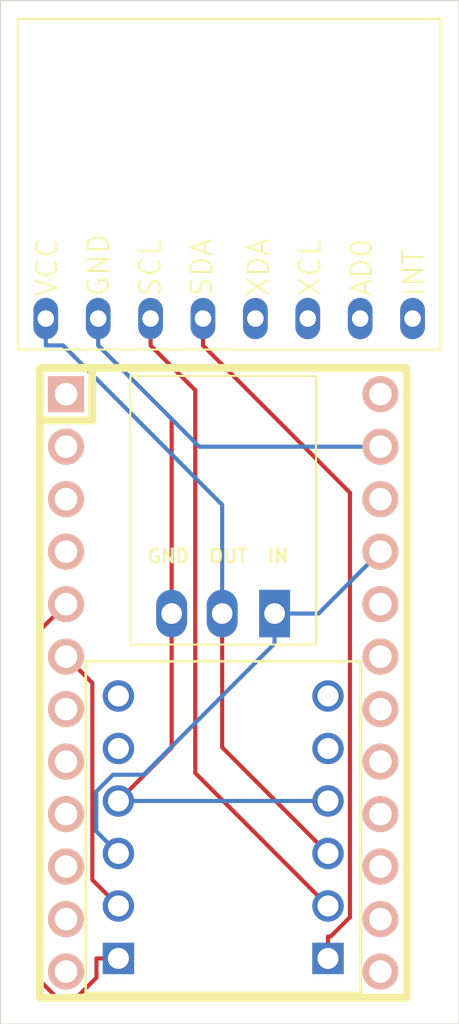
<source format=kicad_pcb>
(kicad_pcb (version 20240108) (generator "pcbnew") (generator_version "8.0")
  (layers (0 "F.Cu" signal) (31 "B.Cu" signal) (34 "B.Paste" user) (35 "F.Paste" user) (36 "B.SilkS" user "B.Silkscreen") (37 "F.SilkS" user "F.Silkscreen") (38 "B.Mask" user) (39 "F.Mask" user) (44 "Edge.Cuts" user))
  (net 0 "")
  (net 1 "Net-(MPU1-SDA)")
  (net 2 "Net-(MPU1-VCC)")
  (net 4 "Net-(J1-Pin_1)")
  (net 8 "Net-(MPU1-SCL)")
  (net 9 "Net-(J1-Pin_2)")
  (net 10 "Net-(U1-D7)")
  (net 11 "Net-(U1-D4)")
  (net 12 "Net-(U1-B5)")
  (net 14 "Net-(J1-Pin_4)")
  (net 15 "Net-(J1-Pin_5)")
  (net 16 "Net-(J1-Pin_3)")
  (net 17 "Net-(U1-SCL)")
  (net 18 "Net-(U1-E6)")
  (net 20 "Net-(U1-B2)")
  (net 24 "Net-(SW5-C)")
  (net 25 "Net-(U1-SDA)")
  (net 26 "Net-(SW5-A)")
  (net 27 "Net-(U1-B4)")
  (net 32 "Net-(U1-C6)")
  (net 33 "Net-(SW5-B)")
  (net 34 "Net-(U1-B6)")
  (net 35 "Net-(SW9-Pad1)")
  (footprint "Library:MPU6050 Accelerometer" (layer "F.Cu") (at 201.295 88.9 90)
    (property "Reference" "MPU1" (hide yes))
    (property "Value" "~" (hide yes))
    (fp_rect (start -8 -12.5) (end 8 8) (stroke (width 0.1)) (fill none) (layer "F.SilkS"))
    (fp_text user "XCL" (at -5.5 2.25 90) (layer "F.SilkS") (effects (font (thickness 0.1)) (justify left bottom)))
    (fp_text user "GND" (at -5.5 -8 90) (layer "F.SilkS") (effects (font (thickness 0.1)) (justify left bottom)))
    (fp_text user "XDA" (at -5.5 -0.25 90) (layer "F.SilkS") (effects (font (thickness 0.1)) (justify left bottom)))
    (fp_text user "AD0" (at -5.5 4.75 90) (layer "F.SilkS") (effects (font (thickness 0.1)) (justify left bottom)))
    (fp_text user "VCC" (at -5.5 -10.5 90) (layer "F.SilkS") (effects (font (thickness 0.1)) (justify left bottom)))
    (fp_text user "SCL" (at -5.5 -5.5 90) (layer "F.SilkS") (effects (font (thickness 0.1)) (justify left bottom)))
    (fp_text user "INT" (at -5.5 7.25 90) (layer "F.SilkS") (effects (font (thickness 0.1)) (justify left bottom)))
    (fp_text user "SDA" (at -5.5 -3 90) (layer "F.SilkS") (effects (font (thickness 0.1)) (justify left bottom)))
    (pad "1" thru_hole oval (at -6.5 -11.14) (size 1.2 2) (drill 0.8) (layers "*.Cu" "*.Mask") (net 2 "Net-(MPU1-VCC)"))
    (pad "2" thru_hole oval (at -6.5 -8.6) (size 1.2 2) (drill 0.8) (layers "*.Cu" "*.Mask") (net 4 "Net-(J1-Pin_1)"))
    (pad "3" thru_hole oval (at -6.5 -6.06) (size 1.2 2) (drill 0.8) (layers "*.Cu" "*.Mask") (net 8 "Net-(MPU1-SCL)"))
    (pad "4" thru_hole oval (at -6.5 -3.52) (size 1.2 2) (drill 0.8) (layers "*.Cu" "*.Mask") (net 1 "Net-(MPU1-SDA)"))
    (pad "5" thru_hole oval (at -6.5 -0.98) (size 1.2 2) (drill 0.8) (layers "*.Cu" "*.Mask"))
    (pad "6" thru_hole oval (at -6.5 1.56) (size 1.2 2) (drill 0.8) (layers "*.Cu" "*.Mask"))
    (pad "7" thru_hole oval (at -6.5 4.1) (size 1.2 2) (drill 0.8) (layers "*.Cu" "*.Mask"))
    (pad "8" thru_hole oval (at -6.5 6.64) (size 1.2 2) (drill 0.8) (layers "*.Cu" "*.Mask"))
  )
  (footprint "ProMicroFootprint:ARDUINO_PRO_MICRO" (layer "F.Cu") (at 198.755 113.03 -90)
    (property "Reference" "U1" (hide yes))
    (property "Value" "ProMicro" (hide yes))
    (fp_line (start -15.24 8.89) (end 15.24 8.89) (stroke (width 0.381)) (layer "F.SilkS"))
    (fp_line (start 15.24 8.89) (end 15.24 -8.89) (stroke (width 0.381)) (layer "F.SilkS"))
    (fp_line (start -15.24 6.35) (end -12.7 6.35) (stroke (width 0.381)) (layer "F.SilkS"))
    (fp_line (start -12.7 6.35) (end -12.7 8.89) (stroke (width 0.381)) (layer "F.SilkS"))
    (fp_line (start -15.24 -8.89) (end -15.24 8.89) (stroke (width 0.381)) (layer "F.SilkS"))
    (fp_line (start 15.24 -8.89) (end -15.24 -8.89) (stroke (width 0.381)) (layer "F.SilkS"))
    (pad "1" thru_hole rect (at -13.97 7.62 270) (size 1.7526 1.7526) (drill 1.0922) (layers "*.Cu" "*.SilkS" "*.Mask") (net 26 "Net-(SW5-A)"))
    (pad "2" thru_hole circle (at -11.43 7.62 270) (size 1.7526 1.7526) (drill 1.0922) (layers "*.Cu" "*.SilkS" "*.Mask") (net 24 "Net-(SW5-C)"))
    (pad "3" thru_hole circle (at -8.89 7.62 270) (size 1.7526 1.7526) (drill 1.0922) (layers "*.Cu" "*.SilkS" "*.Mask") (net 33 "Net-(SW5-B)"))
    (pad "4" thru_hole circle (at -6.35 7.62 270) (size 1.7526 1.7526) (drill 1.0922) (layers "*.Cu" "*.SilkS" "*.Mask") (net 35 "Net-(SW9-Pad1)"))
    (pad "5" thru_hole circle (at -3.81 7.62 270) (size 1.7526 1.7526) (drill 1.0922) (layers "*.Cu" "*.SilkS" "*.Mask") (net 25 "Net-(U1-SDA)"))
    (pad "6" thru_hole circle (at -1.27 7.62 270) (size 1.7526 1.7526) (drill 1.0922) (layers "*.Cu" "*.SilkS" "*.Mask") (net 17 "Net-(U1-SCL)"))
    (pad "7" thru_hole circle (at 1.27 7.62 270) (size 1.7526 1.7526) (drill 1.0922) (layers "*.Cu" "*.SilkS" "*.Mask") (net 11 "Net-(U1-D4)"))
    (pad "8" thru_hole circle (at 3.81 7.62 270) (size 1.7526 1.7526) (drill 1.0922) (layers "*.Cu" "*.SilkS" "*.Mask") (net 32 "Net-(U1-C6)"))
    (pad "9" thru_hole circle (at 6.35 7.62 270) (size 1.7526 1.7526) (drill 1.0922) (layers "*.Cu" "*.SilkS" "*.Mask") (net 10 "Net-(U1-D7)"))
    (pad "10" thru_hole circle (at 8.89 7.62 270) (size 1.7526 1.7526) (drill 1.0922) (layers "*.Cu" "*.SilkS" "*.Mask") (net 18 "Net-(U1-E6)"))
    (pad "11" thru_hole circle (at 11.43 7.62 270) (size 1.7526 1.7526) (drill 1.0922) (layers "*.Cu" "*.SilkS" "*.Mask") (net 27 "Net-(U1-B4)"))
    (pad "12" thru_hole circle (at 13.97 7.62 270) (size 1.7526 1.7526) (drill 1.0922) (layers "*.Cu" "*.SilkS" "*.Mask") (net 12 "Net-(U1-B5)"))
    (pad "13" thru_hole circle (at 13.97 -7.62 270) (size 1.7526 1.7526) (drill 1.0922) (layers "*.Cu" "*.SilkS" "*.Mask") (net 34 "Net-(U1-B6)"))
    (pad "14" thru_hole circle (at 11.43 -7.62 270) (size 1.7526 1.7526) (drill 1.0922) (layers "*.Cu" "*.SilkS" "*.Mask") (net 20 "Net-(U1-B2)"))
    (pad "15" thru_hole circle (at 8.89 -7.62 270) (size 1.7526 1.7526) (drill 1.0922) (layers "*.Cu" "*.SilkS" "*.Mask"))
    (pad "16" thru_hole circle (at 6.35 -7.62 270) (size 1.7526 1.7526) (drill 1.0922) (layers "*.Cu" "*.SilkS" "*.Mask") (net 15 "Net-(J1-Pin_5)"))
    (pad "17" thru_hole circle (at 3.81 -7.62 270) (size 1.7526 1.7526) (drill 1.0922) (layers "*.Cu" "*.SilkS" "*.Mask") (net 14 "Net-(J1-Pin_4)"))
    (pad "18" thru_hole circle (at 1.27 -7.62 270) (size 1.7526 1.7526) (drill 1.0922) (layers "*.Cu" "*.SilkS" "*.Mask") (net 16 "Net-(J1-Pin_3)"))
    (pad "19" thru_hole circle (at -1.27 -7.62 270) (size 1.7526 1.7526) (drill 1.0922) (layers "*.Cu" "*.SilkS" "*.Mask"))
    (pad "20" thru_hole circle (at -3.81 -7.62 270) (size 1.7526 1.7526) (drill 1.0922) (layers "*.Cu" "*.SilkS" "*.Mask"))
    (pad "21" thru_hole circle (at -6.35 -7.62 270) (size 1.7526 1.7526) (drill 1.0922) (layers "*.Cu" "*.SilkS" "*.Mask") (net 9 "Net-(J1-Pin_2)"))
    (pad "22" thru_hole circle (at -8.89 -7.62 270) (size 1.7526 1.7526) (drill 1.0922) (layers "*.Cu" "*.SilkS" "*.Mask"))
    (pad "23" thru_hole circle (at -11.43 -7.62 270) (size 1.7526 1.7526) (drill 1.0922) (layers "*.Cu" "*.SilkS" "*.Mask") (net 4 "Net-(J1-Pin_1)"))
    (pad "24" thru_hole circle (at -13.97 -7.62 270) (size 1.7526 1.7526) (drill 1.0922) (layers "*.Cu" "*.SilkS" "*.Mask"))
  )
  (footprint "Logic Converter:CONV_BOB-12009" (layer "F.Cu") (at 198.755 120.015 180)
    (property "Reference" "U3" (hide yes))
    (property "Value" "BOB-12009" (hide yes))
    (fp_line (start 6.665 8.025) (end -6.665 8.025) (stroke (width 0.127)) (layer "F.SilkS"))
    (fp_line (start 6.665 -8.025) (end 6.665 8.025) (stroke (width 0.127)) (layer "F.SilkS"))
    (fp_line (start -6.665 8.025) (end -6.665 -8.025) (stroke (width 0.127)) (layer "F.SilkS"))
    (fp_line (start -6.665 -8.025) (end 6.665 -8.025) (stroke (width 0.127)) (layer "F.SilkS"))
    (pad "GND_1" thru_hole circle (at 5.08 1.27 180) (size 1.524 1.524) (drill 1.016) (layers "*.Cu" "*.Mask") (net 4 "Net-(J1-Pin_1)"))
    (pad "GND_2" thru_hole circle (at -5.08 1.27 180) (size 1.524 1.524) (drill 1.016) (layers "*.Cu" "*.Mask") (net 4 "Net-(J1-Pin_1)"))
    (pad "HV" thru_hole circle (at 5.08 -1.27 180) (size 1.524 1.524) (drill 1.016) (layers "*.Cu" "*.Mask") (net 9 "Net-(J1-Pin_2)"))
    (pad "HV1" thru_hole rect (at 5.08 -6.35 180) (size 1.524 1.524) (drill 1.016) (layers "*.Cu" "*.Mask") (net 25 "Net-(U1-SDA)"))
    (pad "HV2" thru_hole circle (at 5.08 -3.81 180) (size 1.524 1.524) (drill 1.016) (layers "*.Cu" "*.Mask") (net 17 "Net-(U1-SCL)"))
    (pad "HV3" thru_hole circle (at 5.08 3.81 180) (size 1.524 1.524) (drill 1.016) (layers "*.Cu" "*.Mask"))
    (pad "HV4" thru_hole circle (at 5.08 6.35 180) (size 1.524 1.524) (drill 1.016) (layers "*.Cu" "*.Mask"))
    (pad "LV" thru_hole circle (at -5.08 -1.27 180) (size 1.524 1.524) (drill 1.016) (layers "*.Cu" "*.Mask") (net 2 "Net-(MPU1-VCC)"))
    (pad "LV1" thru_hole rect (at -5.08 -6.35 180) (size 1.524 1.524) (drill 1.016) (layers "*.Cu" "*.Mask") (net 1 "Net-(MPU1-SDA)"))
    (pad "LV2" thru_hole circle (at -5.08 -3.81 180) (size 1.524 1.524) (drill 1.016) (layers "*.Cu" "*.Mask") (net 8 "Net-(MPU1-SCL)"))
    (pad "LV3" thru_hole circle (at -5.08 3.81 180) (size 1.524 1.524) (drill 1.016) (layers "*.Cu" "*.Mask"))
    (pad "LV4" thru_hole circle (at -5.08 6.35 180) (size 1.524 1.524) (drill 1.016) (layers "*.Cu" "*.Mask"))
  )
  (footprint "Library:3.3v InOutGnd Voltage Regulator" (layer "F.Cu") (at 198.755 111.175)
    (property "Reference" "U2" (hide yes))
    (property "Value" "~" (hide yes))
    (fp_rect (start 4.5 -13) (end -4.5 0) (stroke (width 0.1)) (fill none) (layer "F.SilkS"))
    (fp_text user "GND  OUT  IN" (at -0.25 -3.9 0) (layer "F.SilkS") (effects (font (size 0.65 0.65) (thickness 0.125) (bold yes)) (justify bottom)))
    (pad "1" thru_hole rect (at 2.49 -1.5) (size 1.5 2.3) (drill 1) (layers "*.Cu" "*.Mask") (net 9 "Net-(J1-Pin_2)"))
    (pad "2" thru_hole oval (at -0.05 -1.5) (size 1.5 2.3) (drill 1) (layers "*.Cu" "*.Mask") (net 2 "Net-(MPU1-VCC)"))
    (pad "3" thru_hole oval (at -2.5 -1.5) (size 1.5 2.3) (drill 1) (layers "*.Cu" "*.Mask") (net 4 "Net-(J1-Pin_1)"))
  )
  (gr_rect (start 187.96 80.01) (end 210.185 129.54) (stroke (width 0.05)) (fill none) (layer "Edge.Cuts"))
  (segment (start 197.775 96.7017) (end 204.8987 103.8254) (width 0.2) (layer "F.Cu") (net 1))
  (segment (start 197.775 95.4) (end 197.775 96.7017) (width 0.2) (layer "F.Cu") (net 1))
  (segment (start 204.8987 103.8254) (end 204.8987 124.3707) (width 0.2) (layer "F.Cu") (net 1))
  (segment (start 204.8987 124.3707) (end 203.9681 125.3013) (width 0.2) (layer "F.Cu") (net 1))
  (segment (start 203.835 126.365) (end 203.835 125.3013) (width 0.2) (layer "F.Cu") (net 1))
  (segment (start 203.9681 125.3013) (end 203.835 125.3013) (width 0.2) (layer "F.Cu") (net 1))
  (segment (start 203.835 121.285) (end 198.705 116.155) (width 0.2) (layer "F.Cu") (net 2))
  (segment (start 198.705 116.155) (end 198.705 109.675) (width 0.2) (layer "F.Cu") (net 2))
  (segment (start 190.9927 96.7017) (end 190.155 96.7017) (width 0.2) (layer "B.Cu") (net 2))
  (segment (start 198.705 109.675) (end 198.705 104.414) (width 0.2) (layer "B.Cu") (net 2))
  (segment (start 198.705 104.414) (end 190.9927 96.7017) (width 0.2) (layer "B.Cu") (net 2))
  (segment (start 190.155 95.4) (end 190.155 96.7017) (width 0.2) (layer "B.Cu") (net 2))
  (segment (start 196.255 100.2617) (end 196.255 109.675) (width 0.2) (layer "F.Cu") (net 4))
  (segment (start 193.675 118.745) (end 196.255 116.165) (width 0.2) (layer "F.Cu") (net 4))
  (segment (start 196.255 116.165) (end 196.255 109.675) (width 0.2) (layer "F.Cu") (net 4))
  (segment (start 192.695 95.4) (end 192.695 96.7017) (width 0.2) (layer "F.Cu") (net 4))
  (segment (start 192.695 96.7017) (end 196.255 100.2617) (width 0.2) (layer "F.Cu") (net 4))
  (segment (start 206.375 101.6) (end 197.5933 101.6) (width 0.2) (layer "B.Cu") (net 4))
  (segment (start 192.695 95.4) (end 192.695 96.7017) (width 0.2) (layer "B.Cu") (net 4))
  (segment (start 193.675 118.745) (end 203.835 118.745) (width 0.2) (layer "B.Cu") (net 4))
  (segment (start 197.5933 101.6) (end 192.695 96.7017) (width 0.2) (layer "B.Cu") (net 4))
  (segment (start 203.835 123.825) (end 197.4008 117.3908) (width 0.2) (layer "F.Cu") (net 8))
  (segment (start 197.4008 117.3908) (end 197.4008 98.8675) (width 0.2) (layer "F.Cu") (net 8))
  (segment (start 197.4008 98.8675) (end 195.235 96.7017) (width 0.2) (layer "F.Cu") (net 8))
  (segment (start 195.235 95.4) (end 195.235 96.7017) (width 0.2) (layer "F.Cu") (net 8))
  (segment (start 192.6037 118.2837) (end 193.4124 117.475) (width 0.2) (layer "B.Cu") (net 9))
  (segment (start 201.245 109.675) (end 203.38 109.675) (width 0.2) (layer "B.Cu") (net 9))
  (segment (start 201.245 109.675) (end 201.245 111.1267) (width 0.2) (layer "B.Cu") (net 9))
  (segment (start 203.38 109.675) (end 206.375 106.68) (width 0.2) (layer "B.Cu") (net 9))
  (segment (start 192.6037 120.2137) (end 192.6037 118.2837) (width 0.2) (layer "B.Cu") (net 9))
  (segment (start 193.675 121.285) (end 192.6037 120.2137) (width 0.2) (layer "B.Cu") (net 9))
  (segment (start 193.4124 117.475) (end 194.8967 117.475) (width 0.2) (layer "B.Cu") (net 9))
  (segment (start 194.8967 117.475) (end 201.245 111.1267) (width 0.2) (layer "B.Cu") (net 9))
  (segment (start 193.675 123.825) (end 192.4113 122.5613) (width 0.2) (layer "F.Cu") (net 17))
  (segment (start 192.4113 113.0363) (end 191.135 111.76) (width 0.2) (layer "F.Cu") (net 17))
  (segment (start 192.4113 122.5613) (end 192.4113 113.0363) (width 0.2) (layer "F.Cu") (net 17))
  (segment (start 192.6113 127.2957) (end 191.6876 128.2194) (width 0.2) (layer "F.Cu") (net 25))
  (segment (start 193.675 126.365) (end 192.6113 126.365) (width 0.2) (layer "F.Cu") (net 25))
  (segment (start 189.9361 127.5063) (end 189.9361 110.4189) (width 0.2) (layer "F.Cu") (net 25))
  (segment (start 189.9361 110.4189) (end 191.135 109.22) (width 0.2) (layer "F.Cu") (net 25))
  (segment (start 191.6876 128.2194) (end 190.6492 128.2194) (width 0.2) (layer "F.Cu") (net 25))
  (segment (start 190.6492 128.2194) (end 189.9361 127.5063) (width 0.2) (layer "F.Cu") (net 25))
  (segment (start 192.6113 126.365) (end 192.6113 127.2957) (width 0.2) (layer "F.Cu") (net 25))
)
</source>
